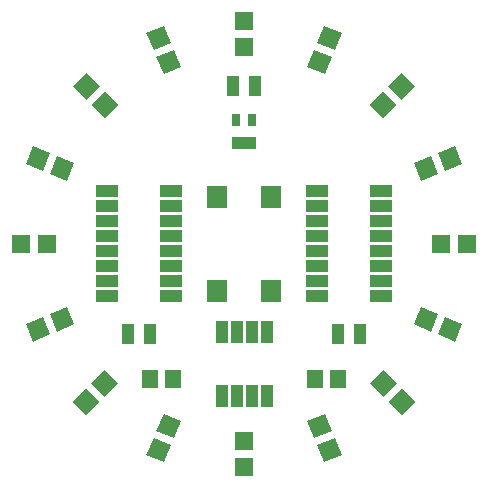
<source format=gts>
G04 #@! TF.FileFunction,Soldermask,Top*
%FSLAX46Y46*%
G04 Gerber Fmt 4.6, Leading zero omitted, Abs format (unit mm)*
G04 Created by KiCad (PCBNEW 4.0.7) date 06/15/18 16:22:59*
%MOMM*%
%LPD*%
G01*
G04 APERTURE LIST*
%ADD10C,0.100000*%
%ADD11R,1.900000X1.000000*%
%ADD12R,1.600000X1.600000*%
%ADD13R,1.100000X1.700000*%
%ADD14R,1.000000X1.950000*%
%ADD15R,0.800000X1.050000*%
%ADD16R,1.700000X1.950000*%
%ADD17R,1.400000X1.650000*%
G04 APERTURE END LIST*
D10*
D11*
X131920000Y-95885000D03*
X131920000Y-97155000D03*
X131920000Y-98425000D03*
X131920000Y-99695000D03*
X131920000Y-100965000D03*
X131920000Y-102235000D03*
X131920000Y-103505000D03*
X131920000Y-104775000D03*
X137320000Y-104775000D03*
X137320000Y-103505000D03*
X137320000Y-102235000D03*
X137320000Y-100965000D03*
X137320000Y-99695000D03*
X137320000Y-98425000D03*
X137320000Y-97155000D03*
X137320000Y-95885000D03*
D12*
X143510000Y-83650000D03*
X143510000Y-81450000D03*
D10*
G36*
X150326106Y-85964956D02*
X148847899Y-85352663D01*
X149460192Y-83874456D01*
X150938399Y-84486749D01*
X150326106Y-85964956D01*
X150326106Y-85964956D01*
G37*
G36*
X151168010Y-83932422D02*
X149689803Y-83320129D01*
X150302096Y-81841922D01*
X151780303Y-82454215D01*
X151168010Y-83932422D01*
X151168010Y-83932422D01*
G37*
G36*
X155304523Y-89666848D02*
X154173152Y-88535477D01*
X155304523Y-87404106D01*
X156435894Y-88535477D01*
X155304523Y-89666848D01*
X155304523Y-89666848D01*
G37*
G36*
X156860157Y-88111214D02*
X155728786Y-86979843D01*
X156860157Y-85848472D01*
X157991528Y-86979843D01*
X156860157Y-88111214D01*
X156860157Y-88111214D01*
G37*
G36*
X158487337Y-94992101D02*
X157875044Y-93513894D01*
X159353251Y-92901601D01*
X159965544Y-94379808D01*
X158487337Y-94992101D01*
X158487337Y-94992101D01*
G37*
G36*
X160519871Y-94150197D02*
X159907578Y-92671990D01*
X161385785Y-92059697D01*
X161998078Y-93537904D01*
X160519871Y-94150197D01*
X160519871Y-94150197D01*
G37*
D12*
X160190000Y-100330000D03*
X162390000Y-100330000D03*
D10*
G36*
X157875044Y-107146106D02*
X158487337Y-105667899D01*
X159965544Y-106280192D01*
X159353251Y-107758399D01*
X157875044Y-107146106D01*
X157875044Y-107146106D01*
G37*
G36*
X159907578Y-107988010D02*
X160519871Y-106509803D01*
X161998078Y-107122096D01*
X161385785Y-108600303D01*
X159907578Y-107988010D01*
X159907578Y-107988010D01*
G37*
G36*
X154173152Y-112124523D02*
X155304523Y-110993152D01*
X156435894Y-112124523D01*
X155304523Y-113255894D01*
X154173152Y-112124523D01*
X154173152Y-112124523D01*
G37*
G36*
X155728786Y-113680157D02*
X156860157Y-112548786D01*
X157991528Y-113680157D01*
X156860157Y-114811528D01*
X155728786Y-113680157D01*
X155728786Y-113680157D01*
G37*
G36*
X148847899Y-115307337D02*
X150326106Y-114695044D01*
X150938399Y-116173251D01*
X149460192Y-116785544D01*
X148847899Y-115307337D01*
X148847899Y-115307337D01*
G37*
G36*
X149689803Y-117339871D02*
X151168010Y-116727578D01*
X151780303Y-118205785D01*
X150302096Y-118818078D01*
X149689803Y-117339871D01*
X149689803Y-117339871D01*
G37*
D12*
X143510000Y-117010000D03*
X143510000Y-119210000D03*
D10*
G36*
X136693894Y-114695044D02*
X138172101Y-115307337D01*
X137559808Y-116785544D01*
X136081601Y-116173251D01*
X136693894Y-114695044D01*
X136693894Y-114695044D01*
G37*
G36*
X135851990Y-116727578D02*
X137330197Y-117339871D01*
X136717904Y-118818078D01*
X135239697Y-118205785D01*
X135851990Y-116727578D01*
X135851990Y-116727578D01*
G37*
G36*
X131715477Y-110993152D02*
X132846848Y-112124523D01*
X131715477Y-113255894D01*
X130584106Y-112124523D01*
X131715477Y-110993152D01*
X131715477Y-110993152D01*
G37*
G36*
X130159843Y-112548786D02*
X131291214Y-113680157D01*
X130159843Y-114811528D01*
X129028472Y-113680157D01*
X130159843Y-112548786D01*
X130159843Y-112548786D01*
G37*
G36*
X128532663Y-105667899D02*
X129144956Y-107146106D01*
X127666749Y-107758399D01*
X127054456Y-106280192D01*
X128532663Y-105667899D01*
X128532663Y-105667899D01*
G37*
G36*
X126500129Y-106509803D02*
X127112422Y-107988010D01*
X125634215Y-108600303D01*
X125021922Y-107122096D01*
X126500129Y-106509803D01*
X126500129Y-106509803D01*
G37*
D12*
X126830000Y-100330000D03*
X124630000Y-100330000D03*
D10*
G36*
X129144956Y-93513894D02*
X128532663Y-94992101D01*
X127054456Y-94379808D01*
X127666749Y-92901601D01*
X129144956Y-93513894D01*
X129144956Y-93513894D01*
G37*
G36*
X127112422Y-92671990D02*
X126500129Y-94150197D01*
X125021922Y-93537904D01*
X125634215Y-92059697D01*
X127112422Y-92671990D01*
X127112422Y-92671990D01*
G37*
G36*
X132846848Y-88535477D02*
X131715477Y-89666848D01*
X130584106Y-88535477D01*
X131715477Y-87404106D01*
X132846848Y-88535477D01*
X132846848Y-88535477D01*
G37*
G36*
X131291214Y-86979843D02*
X130159843Y-88111214D01*
X129028472Y-86979843D01*
X130159843Y-85848472D01*
X131291214Y-86979843D01*
X131291214Y-86979843D01*
G37*
G36*
X138172101Y-85352663D02*
X136693894Y-85964956D01*
X136081601Y-84486749D01*
X137559808Y-83874456D01*
X138172101Y-85352663D01*
X138172101Y-85352663D01*
G37*
G36*
X137330197Y-83320129D02*
X135851990Y-83932422D01*
X135239697Y-82454215D01*
X136717904Y-81841922D01*
X137330197Y-83320129D01*
X137330197Y-83320129D01*
G37*
D13*
X142560000Y-86995000D03*
X144460000Y-86995000D03*
D14*
X141605000Y-113190000D03*
X142875000Y-113190000D03*
X144145000Y-113190000D03*
X145415000Y-113190000D03*
X145415000Y-107790000D03*
X144145000Y-107790000D03*
X142875000Y-107790000D03*
X141605000Y-107790000D03*
D15*
X142860000Y-91755000D03*
X144160000Y-91755000D03*
X143510000Y-91755000D03*
X144160000Y-89855000D03*
X142860000Y-89855000D03*
D11*
X149700000Y-95885000D03*
X149700000Y-97155000D03*
X149700000Y-98425000D03*
X149700000Y-99695000D03*
X149700000Y-100965000D03*
X149700000Y-102235000D03*
X149700000Y-103505000D03*
X149700000Y-104775000D03*
X155100000Y-104775000D03*
X155100000Y-103505000D03*
X155100000Y-102235000D03*
X155100000Y-100965000D03*
X155100000Y-99695000D03*
X155100000Y-98425000D03*
X155100000Y-97155000D03*
X155100000Y-95885000D03*
D16*
X145760000Y-104310000D03*
X141260000Y-104310000D03*
X141260000Y-96350000D03*
X145760000Y-96350000D03*
D17*
X135525000Y-111760000D03*
X137525000Y-111760000D03*
X149495000Y-111760000D03*
X151495000Y-111760000D03*
D13*
X133670000Y-107950000D03*
X135570000Y-107950000D03*
X151450000Y-107950000D03*
X153350000Y-107950000D03*
M02*

</source>
